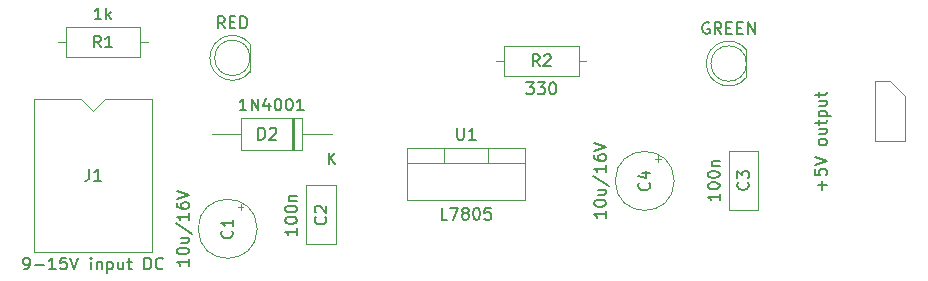
<source format=gbr>
%TF.GenerationSoftware,KiCad,Pcbnew,5.1.4-3.fc30*%
%TF.CreationDate,2019-10-13T17:17:29+02:00*%
%TF.ProjectId,power_supply_5V,706f7765-725f-4737-9570-706c795f3556,1.2*%
%TF.SameCoordinates,Original*%
%TF.FileFunction,Other,Fab,Top*%
%FSLAX46Y46*%
G04 Gerber Fmt 4.6, Leading zero omitted, Abs format (unit mm)*
G04 Created by KiCad (PCBNEW 5.1.4-3.fc30) date 2019-10-13 17:17:29*
%MOMM*%
%LPD*%
G04 APERTURE LIST*
%ADD10C,0.100000*%
%ADD11C,0.150000*%
G04 APERTURE END LIST*
D10*
%TO.C,J1*%
X75087600Y-99726000D02*
X75087600Y-86726000D01*
X85087600Y-99726000D02*
X75087600Y-99726000D01*
X85087600Y-86726000D02*
X85087600Y-99726000D01*
X81087600Y-86726000D02*
X85087600Y-86726000D01*
X80087600Y-87726000D02*
X81087600Y-86726000D01*
X79087600Y-86726000D02*
X80087600Y-87726000D01*
X75087600Y-86726000D02*
X79087600Y-86726000D01*
%TO.C,J2*%
X148844000Y-86512400D02*
X148844000Y-90322400D01*
X148844000Y-90322400D02*
X146304000Y-90322400D01*
X146304000Y-90322400D02*
X146304000Y-85242400D01*
X146304000Y-85242400D02*
X147574000Y-85242400D01*
X147574000Y-85242400D02*
X148844000Y-86512400D01*
%TO.C,R1*%
X77101700Y-81927700D02*
X77761700Y-81927700D01*
X84721700Y-81927700D02*
X84061700Y-81927700D01*
X77761700Y-83177700D02*
X84061700Y-83177700D01*
X77761700Y-80677700D02*
X77761700Y-83177700D01*
X84061700Y-80677700D02*
X77761700Y-80677700D01*
X84061700Y-83177700D02*
X84061700Y-80677700D01*
%TO.C,D1*%
X93384500Y-84427390D02*
X93384500Y-82095010D01*
X93384500Y-83261200D02*
G75*
G03X93384500Y-83261200I-1500000J0D01*
G01*
X93385055Y-82095724D02*
G75*
G03X93384500Y-84427390I-1500555J-1165476D01*
G01*
%TO.C,C1*%
X92828300Y-95850195D02*
X92328300Y-95850195D01*
X92578300Y-95600195D02*
X92578300Y-96100195D01*
X93990800Y-97733800D02*
G75*
G03X93990800Y-97733800I-2500000J0D01*
G01*
%TO.C,C2*%
X100640200Y-99060000D02*
X100640200Y-94060000D01*
X98140200Y-99060000D02*
X100640200Y-99060000D01*
X98140200Y-94060000D02*
X98140200Y-99060000D01*
X100640200Y-94060000D02*
X98140200Y-94060000D01*
%TO.C,C3*%
X136428800Y-96139000D02*
X136428800Y-91139000D01*
X133928800Y-96139000D02*
X136428800Y-96139000D01*
X133928800Y-91139000D02*
X133928800Y-96139000D01*
X136428800Y-91139000D02*
X133928800Y-91139000D01*
%TO.C,C4*%
X128137100Y-91796995D02*
X127637100Y-91796995D01*
X127887100Y-91546995D02*
X127887100Y-92046995D01*
X129299600Y-93680600D02*
G75*
G03X129299600Y-93680600I-2500000J0D01*
G01*
%TO.C,D2*%
X97144600Y-91078800D02*
X97144600Y-88378800D01*
X96944600Y-91078800D02*
X96944600Y-88378800D01*
X97044600Y-91078800D02*
X97044600Y-88378800D01*
X90144600Y-89728800D02*
X92624600Y-89728800D01*
X100304600Y-89728800D02*
X97824600Y-89728800D01*
X92624600Y-91078800D02*
X97824600Y-91078800D01*
X92624600Y-88378800D02*
X92624600Y-91078800D01*
X97824600Y-88378800D02*
X92624600Y-88378800D01*
X97824600Y-91078800D02*
X97824600Y-88378800D01*
%TO.C,D3*%
X135408800Y-84909990D02*
X135408800Y-82577610D01*
X135408800Y-83743800D02*
G75*
G03X135408800Y-83743800I-1500000J0D01*
G01*
X135409355Y-82578324D02*
G75*
G03X135408800Y-84909990I-1500555J-1165476D01*
G01*
%TO.C,R2*%
X121869200Y-83515200D02*
X121209200Y-83515200D01*
X114249200Y-83515200D02*
X114909200Y-83515200D01*
X121209200Y-82265200D02*
X114909200Y-82265200D01*
X121209200Y-84765200D02*
X121209200Y-82265200D01*
X114909200Y-84765200D02*
X121209200Y-84765200D01*
X114909200Y-82265200D02*
X114909200Y-84765200D01*
%TO.C,U1*%
X113533800Y-90855400D02*
X113533800Y-92125400D01*
X109833800Y-90855400D02*
X109833800Y-92125400D01*
X106683800Y-92125400D02*
X116683800Y-92125400D01*
X116683800Y-90855400D02*
X106683800Y-90855400D01*
X116683800Y-95255400D02*
X116683800Y-90855400D01*
X106683800Y-95255400D02*
X116683800Y-95255400D01*
X106683800Y-90855400D02*
X106683800Y-95255400D01*
%TD*%
%TO.C,J1*%
D11*
X74254266Y-101178380D02*
X74444742Y-101178380D01*
X74539980Y-101130761D01*
X74587600Y-101083142D01*
X74682838Y-100940285D01*
X74730457Y-100749809D01*
X74730457Y-100368857D01*
X74682838Y-100273619D01*
X74635219Y-100226000D01*
X74539980Y-100178380D01*
X74349504Y-100178380D01*
X74254266Y-100226000D01*
X74206647Y-100273619D01*
X74159028Y-100368857D01*
X74159028Y-100606952D01*
X74206647Y-100702190D01*
X74254266Y-100749809D01*
X74349504Y-100797428D01*
X74539980Y-100797428D01*
X74635219Y-100749809D01*
X74682838Y-100702190D01*
X74730457Y-100606952D01*
X75159028Y-100797428D02*
X75920933Y-100797428D01*
X76920933Y-101178380D02*
X76349504Y-101178380D01*
X76635219Y-101178380D02*
X76635219Y-100178380D01*
X76539980Y-100321238D01*
X76444742Y-100416476D01*
X76349504Y-100464095D01*
X77825695Y-100178380D02*
X77349504Y-100178380D01*
X77301885Y-100654571D01*
X77349504Y-100606952D01*
X77444742Y-100559333D01*
X77682838Y-100559333D01*
X77778076Y-100606952D01*
X77825695Y-100654571D01*
X77873314Y-100749809D01*
X77873314Y-100987904D01*
X77825695Y-101083142D01*
X77778076Y-101130761D01*
X77682838Y-101178380D01*
X77444742Y-101178380D01*
X77349504Y-101130761D01*
X77301885Y-101083142D01*
X78159028Y-100178380D02*
X78492361Y-101178380D01*
X78825695Y-100178380D01*
X79920933Y-101178380D02*
X79920933Y-100511714D01*
X79920933Y-100178380D02*
X79873314Y-100226000D01*
X79920933Y-100273619D01*
X79968552Y-100226000D01*
X79920933Y-100178380D01*
X79920933Y-100273619D01*
X80397123Y-100511714D02*
X80397123Y-101178380D01*
X80397123Y-100606952D02*
X80444742Y-100559333D01*
X80539980Y-100511714D01*
X80682838Y-100511714D01*
X80778076Y-100559333D01*
X80825695Y-100654571D01*
X80825695Y-101178380D01*
X81301885Y-100511714D02*
X81301885Y-101511714D01*
X81301885Y-100559333D02*
X81397123Y-100511714D01*
X81587600Y-100511714D01*
X81682838Y-100559333D01*
X81730457Y-100606952D01*
X81778076Y-100702190D01*
X81778076Y-100987904D01*
X81730457Y-101083142D01*
X81682838Y-101130761D01*
X81587600Y-101178380D01*
X81397123Y-101178380D01*
X81301885Y-101130761D01*
X82635219Y-100511714D02*
X82635219Y-101178380D01*
X82206647Y-100511714D02*
X82206647Y-101035523D01*
X82254266Y-101130761D01*
X82349504Y-101178380D01*
X82492361Y-101178380D01*
X82587600Y-101130761D01*
X82635219Y-101083142D01*
X82968552Y-100511714D02*
X83349504Y-100511714D01*
X83111409Y-100178380D02*
X83111409Y-101035523D01*
X83159028Y-101130761D01*
X83254266Y-101178380D01*
X83349504Y-101178380D01*
X84444742Y-101178380D02*
X84444742Y-100178380D01*
X84682838Y-100178380D01*
X84825695Y-100226000D01*
X84920933Y-100321238D01*
X84968552Y-100416476D01*
X85016171Y-100606952D01*
X85016171Y-100749809D01*
X84968552Y-100940285D01*
X84920933Y-101035523D01*
X84825695Y-101130761D01*
X84682838Y-101178380D01*
X84444742Y-101178380D01*
X86016171Y-101083142D02*
X85968552Y-101130761D01*
X85825695Y-101178380D01*
X85730457Y-101178380D01*
X85587600Y-101130761D01*
X85492361Y-101035523D01*
X85444742Y-100940285D01*
X85397123Y-100749809D01*
X85397123Y-100606952D01*
X85444742Y-100416476D01*
X85492361Y-100321238D01*
X85587600Y-100226000D01*
X85730457Y-100178380D01*
X85825695Y-100178380D01*
X85968552Y-100226000D01*
X86016171Y-100273619D01*
X79754266Y-92678380D02*
X79754266Y-93392666D01*
X79706647Y-93535523D01*
X79611409Y-93630761D01*
X79468552Y-93678380D01*
X79373314Y-93678380D01*
X80754266Y-93678380D02*
X80182838Y-93678380D01*
X80468552Y-93678380D02*
X80468552Y-92678380D01*
X80373314Y-92821238D01*
X80278076Y-92916476D01*
X80182838Y-92964095D01*
%TO.C,J2*%
X141820428Y-94410019D02*
X141820428Y-93648114D01*
X142201380Y-94029066D02*
X141439476Y-94029066D01*
X141201380Y-92695733D02*
X141201380Y-93171923D01*
X141677571Y-93219542D01*
X141629952Y-93171923D01*
X141582333Y-93076685D01*
X141582333Y-92838590D01*
X141629952Y-92743352D01*
X141677571Y-92695733D01*
X141772809Y-92648114D01*
X142010904Y-92648114D01*
X142106142Y-92695733D01*
X142153761Y-92743352D01*
X142201380Y-92838590D01*
X142201380Y-93076685D01*
X142153761Y-93171923D01*
X142106142Y-93219542D01*
X141201380Y-92362400D02*
X142201380Y-92029066D01*
X141201380Y-91695733D01*
X142201380Y-90457638D02*
X142153761Y-90552876D01*
X142106142Y-90600495D01*
X142010904Y-90648114D01*
X141725190Y-90648114D01*
X141629952Y-90600495D01*
X141582333Y-90552876D01*
X141534714Y-90457638D01*
X141534714Y-90314780D01*
X141582333Y-90219542D01*
X141629952Y-90171923D01*
X141725190Y-90124304D01*
X142010904Y-90124304D01*
X142106142Y-90171923D01*
X142153761Y-90219542D01*
X142201380Y-90314780D01*
X142201380Y-90457638D01*
X141534714Y-89267161D02*
X142201380Y-89267161D01*
X141534714Y-89695733D02*
X142058523Y-89695733D01*
X142153761Y-89648114D01*
X142201380Y-89552876D01*
X142201380Y-89410019D01*
X142153761Y-89314780D01*
X142106142Y-89267161D01*
X141534714Y-88933828D02*
X141534714Y-88552876D01*
X141201380Y-88790971D02*
X142058523Y-88790971D01*
X142153761Y-88743352D01*
X142201380Y-88648114D01*
X142201380Y-88552876D01*
X141534714Y-88219542D02*
X142534714Y-88219542D01*
X141582333Y-88219542D02*
X141534714Y-88124304D01*
X141534714Y-87933828D01*
X141582333Y-87838590D01*
X141629952Y-87790971D01*
X141725190Y-87743352D01*
X142010904Y-87743352D01*
X142106142Y-87790971D01*
X142153761Y-87838590D01*
X142201380Y-87933828D01*
X142201380Y-88124304D01*
X142153761Y-88219542D01*
X141534714Y-86886209D02*
X142201380Y-86886209D01*
X141534714Y-87314780D02*
X142058523Y-87314780D01*
X142153761Y-87267161D01*
X142201380Y-87171923D01*
X142201380Y-87029066D01*
X142153761Y-86933828D01*
X142106142Y-86886209D01*
X141534714Y-86552876D02*
X141534714Y-86171923D01*
X141201380Y-86410019D02*
X142058523Y-86410019D01*
X142153761Y-86362400D01*
X142201380Y-86267161D01*
X142201380Y-86171923D01*
%TO.C,R1*%
X80792652Y-80010080D02*
X80221223Y-80010080D01*
X80506938Y-80010080D02*
X80506938Y-79010080D01*
X80411700Y-79152938D01*
X80316461Y-79248176D01*
X80221223Y-79295795D01*
X81221223Y-80010080D02*
X81221223Y-79010080D01*
X81316461Y-79629128D02*
X81602176Y-80010080D01*
X81602176Y-79343414D02*
X81221223Y-79724366D01*
X80745033Y-82380080D02*
X80411700Y-81903890D01*
X80173604Y-82380080D02*
X80173604Y-81380080D01*
X80554557Y-81380080D01*
X80649795Y-81427700D01*
X80697414Y-81475319D01*
X80745033Y-81570557D01*
X80745033Y-81713414D01*
X80697414Y-81808652D01*
X80649795Y-81856271D01*
X80554557Y-81903890D01*
X80173604Y-81903890D01*
X81697414Y-82380080D02*
X81125985Y-82380080D01*
X81411700Y-82380080D02*
X81411700Y-81380080D01*
X81316461Y-81522938D01*
X81221223Y-81618176D01*
X81125985Y-81665795D01*
%TO.C,D1*%
X91241642Y-80753580D02*
X90908309Y-80277390D01*
X90670214Y-80753580D02*
X90670214Y-79753580D01*
X91051166Y-79753580D01*
X91146404Y-79801200D01*
X91194023Y-79848819D01*
X91241642Y-79944057D01*
X91241642Y-80086914D01*
X91194023Y-80182152D01*
X91146404Y-80229771D01*
X91051166Y-80277390D01*
X90670214Y-80277390D01*
X91670214Y-80229771D02*
X92003547Y-80229771D01*
X92146404Y-80753580D02*
X91670214Y-80753580D01*
X91670214Y-79753580D01*
X92146404Y-79753580D01*
X92574976Y-80753580D02*
X92574976Y-79753580D01*
X92813071Y-79753580D01*
X92955928Y-79801200D01*
X93051166Y-79896438D01*
X93098785Y-79991676D01*
X93146404Y-80182152D01*
X93146404Y-80325009D01*
X93098785Y-80515485D01*
X93051166Y-80610723D01*
X92955928Y-80705961D01*
X92813071Y-80753580D01*
X92574976Y-80753580D01*
%TO.C,C1*%
X88193180Y-100281419D02*
X88193180Y-100852847D01*
X88193180Y-100567133D02*
X87193180Y-100567133D01*
X87336038Y-100662371D01*
X87431276Y-100757609D01*
X87478895Y-100852847D01*
X87193180Y-99662371D02*
X87193180Y-99567133D01*
X87240800Y-99471895D01*
X87288419Y-99424276D01*
X87383657Y-99376657D01*
X87574133Y-99329038D01*
X87812228Y-99329038D01*
X88002704Y-99376657D01*
X88097942Y-99424276D01*
X88145561Y-99471895D01*
X88193180Y-99567133D01*
X88193180Y-99662371D01*
X88145561Y-99757609D01*
X88097942Y-99805228D01*
X88002704Y-99852847D01*
X87812228Y-99900466D01*
X87574133Y-99900466D01*
X87383657Y-99852847D01*
X87288419Y-99805228D01*
X87240800Y-99757609D01*
X87193180Y-99662371D01*
X87526514Y-98471895D02*
X88193180Y-98471895D01*
X87526514Y-98900466D02*
X88050323Y-98900466D01*
X88145561Y-98852847D01*
X88193180Y-98757609D01*
X88193180Y-98614752D01*
X88145561Y-98519514D01*
X88097942Y-98471895D01*
X87145561Y-97281419D02*
X88431276Y-98138561D01*
X88193180Y-96424276D02*
X88193180Y-96995704D01*
X88193180Y-96709990D02*
X87193180Y-96709990D01*
X87336038Y-96805228D01*
X87431276Y-96900466D01*
X87478895Y-96995704D01*
X87193180Y-95567133D02*
X87193180Y-95757609D01*
X87240800Y-95852847D01*
X87288419Y-95900466D01*
X87431276Y-95995704D01*
X87621752Y-96043323D01*
X88002704Y-96043323D01*
X88097942Y-95995704D01*
X88145561Y-95948085D01*
X88193180Y-95852847D01*
X88193180Y-95662371D01*
X88145561Y-95567133D01*
X88097942Y-95519514D01*
X88002704Y-95471895D01*
X87764609Y-95471895D01*
X87669371Y-95519514D01*
X87621752Y-95567133D01*
X87574133Y-95662371D01*
X87574133Y-95852847D01*
X87621752Y-95948085D01*
X87669371Y-95995704D01*
X87764609Y-96043323D01*
X87193180Y-95186180D02*
X88193180Y-94852847D01*
X87193180Y-94519514D01*
X91847942Y-97900466D02*
X91895561Y-97948085D01*
X91943180Y-98090942D01*
X91943180Y-98186180D01*
X91895561Y-98329038D01*
X91800323Y-98424276D01*
X91705085Y-98471895D01*
X91514609Y-98519514D01*
X91371752Y-98519514D01*
X91181276Y-98471895D01*
X91086038Y-98424276D01*
X90990800Y-98329038D01*
X90943180Y-98186180D01*
X90943180Y-98090942D01*
X90990800Y-97948085D01*
X91038419Y-97900466D01*
X91943180Y-96948085D02*
X91943180Y-97519514D01*
X91943180Y-97233800D02*
X90943180Y-97233800D01*
X91086038Y-97329038D01*
X91181276Y-97424276D01*
X91228895Y-97519514D01*
%TO.C,C2*%
X97342580Y-97679047D02*
X97342580Y-98250476D01*
X97342580Y-97964761D02*
X96342580Y-97964761D01*
X96485438Y-98060000D01*
X96580676Y-98155238D01*
X96628295Y-98250476D01*
X96342580Y-97060000D02*
X96342580Y-96964761D01*
X96390200Y-96869523D01*
X96437819Y-96821904D01*
X96533057Y-96774285D01*
X96723533Y-96726666D01*
X96961628Y-96726666D01*
X97152104Y-96774285D01*
X97247342Y-96821904D01*
X97294961Y-96869523D01*
X97342580Y-96964761D01*
X97342580Y-97060000D01*
X97294961Y-97155238D01*
X97247342Y-97202857D01*
X97152104Y-97250476D01*
X96961628Y-97298095D01*
X96723533Y-97298095D01*
X96533057Y-97250476D01*
X96437819Y-97202857D01*
X96390200Y-97155238D01*
X96342580Y-97060000D01*
X96342580Y-96107619D02*
X96342580Y-96012380D01*
X96390200Y-95917142D01*
X96437819Y-95869523D01*
X96533057Y-95821904D01*
X96723533Y-95774285D01*
X96961628Y-95774285D01*
X97152104Y-95821904D01*
X97247342Y-95869523D01*
X97294961Y-95917142D01*
X97342580Y-96012380D01*
X97342580Y-96107619D01*
X97294961Y-96202857D01*
X97247342Y-96250476D01*
X97152104Y-96298095D01*
X96961628Y-96345714D01*
X96723533Y-96345714D01*
X96533057Y-96298095D01*
X96437819Y-96250476D01*
X96390200Y-96202857D01*
X96342580Y-96107619D01*
X96675914Y-95345714D02*
X97342580Y-95345714D01*
X96771152Y-95345714D02*
X96723533Y-95298095D01*
X96675914Y-95202857D01*
X96675914Y-95060000D01*
X96723533Y-94964761D01*
X96818771Y-94917142D01*
X97342580Y-94917142D01*
X99747342Y-96726666D02*
X99794961Y-96774285D01*
X99842580Y-96917142D01*
X99842580Y-97012380D01*
X99794961Y-97155238D01*
X99699723Y-97250476D01*
X99604485Y-97298095D01*
X99414009Y-97345714D01*
X99271152Y-97345714D01*
X99080676Y-97298095D01*
X98985438Y-97250476D01*
X98890200Y-97155238D01*
X98842580Y-97012380D01*
X98842580Y-96917142D01*
X98890200Y-96774285D01*
X98937819Y-96726666D01*
X98937819Y-96345714D02*
X98890200Y-96298095D01*
X98842580Y-96202857D01*
X98842580Y-95964761D01*
X98890200Y-95869523D01*
X98937819Y-95821904D01*
X99033057Y-95774285D01*
X99128295Y-95774285D01*
X99271152Y-95821904D01*
X99842580Y-96393333D01*
X99842580Y-95774285D01*
%TO.C,C3*%
X133131180Y-94758047D02*
X133131180Y-95329476D01*
X133131180Y-95043761D02*
X132131180Y-95043761D01*
X132274038Y-95139000D01*
X132369276Y-95234238D01*
X132416895Y-95329476D01*
X132131180Y-94139000D02*
X132131180Y-94043761D01*
X132178800Y-93948523D01*
X132226419Y-93900904D01*
X132321657Y-93853285D01*
X132512133Y-93805666D01*
X132750228Y-93805666D01*
X132940704Y-93853285D01*
X133035942Y-93900904D01*
X133083561Y-93948523D01*
X133131180Y-94043761D01*
X133131180Y-94139000D01*
X133083561Y-94234238D01*
X133035942Y-94281857D01*
X132940704Y-94329476D01*
X132750228Y-94377095D01*
X132512133Y-94377095D01*
X132321657Y-94329476D01*
X132226419Y-94281857D01*
X132178800Y-94234238D01*
X132131180Y-94139000D01*
X132131180Y-93186619D02*
X132131180Y-93091380D01*
X132178800Y-92996142D01*
X132226419Y-92948523D01*
X132321657Y-92900904D01*
X132512133Y-92853285D01*
X132750228Y-92853285D01*
X132940704Y-92900904D01*
X133035942Y-92948523D01*
X133083561Y-92996142D01*
X133131180Y-93091380D01*
X133131180Y-93186619D01*
X133083561Y-93281857D01*
X133035942Y-93329476D01*
X132940704Y-93377095D01*
X132750228Y-93424714D01*
X132512133Y-93424714D01*
X132321657Y-93377095D01*
X132226419Y-93329476D01*
X132178800Y-93281857D01*
X132131180Y-93186619D01*
X132464514Y-92424714D02*
X133131180Y-92424714D01*
X132559752Y-92424714D02*
X132512133Y-92377095D01*
X132464514Y-92281857D01*
X132464514Y-92139000D01*
X132512133Y-92043761D01*
X132607371Y-91996142D01*
X133131180Y-91996142D01*
X135535942Y-93805666D02*
X135583561Y-93853285D01*
X135631180Y-93996142D01*
X135631180Y-94091380D01*
X135583561Y-94234238D01*
X135488323Y-94329476D01*
X135393085Y-94377095D01*
X135202609Y-94424714D01*
X135059752Y-94424714D01*
X134869276Y-94377095D01*
X134774038Y-94329476D01*
X134678800Y-94234238D01*
X134631180Y-94091380D01*
X134631180Y-93996142D01*
X134678800Y-93853285D01*
X134726419Y-93805666D01*
X134631180Y-93472333D02*
X134631180Y-92853285D01*
X135012133Y-93186619D01*
X135012133Y-93043761D01*
X135059752Y-92948523D01*
X135107371Y-92900904D01*
X135202609Y-92853285D01*
X135440704Y-92853285D01*
X135535942Y-92900904D01*
X135583561Y-92948523D01*
X135631180Y-93043761D01*
X135631180Y-93329476D01*
X135583561Y-93424714D01*
X135535942Y-93472333D01*
%TO.C,C4*%
X123501980Y-96228219D02*
X123501980Y-96799647D01*
X123501980Y-96513933D02*
X122501980Y-96513933D01*
X122644838Y-96609171D01*
X122740076Y-96704409D01*
X122787695Y-96799647D01*
X122501980Y-95609171D02*
X122501980Y-95513933D01*
X122549600Y-95418695D01*
X122597219Y-95371076D01*
X122692457Y-95323457D01*
X122882933Y-95275838D01*
X123121028Y-95275838D01*
X123311504Y-95323457D01*
X123406742Y-95371076D01*
X123454361Y-95418695D01*
X123501980Y-95513933D01*
X123501980Y-95609171D01*
X123454361Y-95704409D01*
X123406742Y-95752028D01*
X123311504Y-95799647D01*
X123121028Y-95847266D01*
X122882933Y-95847266D01*
X122692457Y-95799647D01*
X122597219Y-95752028D01*
X122549600Y-95704409D01*
X122501980Y-95609171D01*
X122835314Y-94418695D02*
X123501980Y-94418695D01*
X122835314Y-94847266D02*
X123359123Y-94847266D01*
X123454361Y-94799647D01*
X123501980Y-94704409D01*
X123501980Y-94561552D01*
X123454361Y-94466314D01*
X123406742Y-94418695D01*
X122454361Y-93228219D02*
X123740076Y-94085361D01*
X123501980Y-92371076D02*
X123501980Y-92942504D01*
X123501980Y-92656790D02*
X122501980Y-92656790D01*
X122644838Y-92752028D01*
X122740076Y-92847266D01*
X122787695Y-92942504D01*
X122501980Y-91513933D02*
X122501980Y-91704409D01*
X122549600Y-91799647D01*
X122597219Y-91847266D01*
X122740076Y-91942504D01*
X122930552Y-91990123D01*
X123311504Y-91990123D01*
X123406742Y-91942504D01*
X123454361Y-91894885D01*
X123501980Y-91799647D01*
X123501980Y-91609171D01*
X123454361Y-91513933D01*
X123406742Y-91466314D01*
X123311504Y-91418695D01*
X123073409Y-91418695D01*
X122978171Y-91466314D01*
X122930552Y-91513933D01*
X122882933Y-91609171D01*
X122882933Y-91799647D01*
X122930552Y-91894885D01*
X122978171Y-91942504D01*
X123073409Y-91990123D01*
X122501980Y-91132980D02*
X123501980Y-90799647D01*
X122501980Y-90466314D01*
X127156742Y-93847266D02*
X127204361Y-93894885D01*
X127251980Y-94037742D01*
X127251980Y-94132980D01*
X127204361Y-94275838D01*
X127109123Y-94371076D01*
X127013885Y-94418695D01*
X126823409Y-94466314D01*
X126680552Y-94466314D01*
X126490076Y-94418695D01*
X126394838Y-94371076D01*
X126299600Y-94275838D01*
X126251980Y-94132980D01*
X126251980Y-94037742D01*
X126299600Y-93894885D01*
X126347219Y-93847266D01*
X126585314Y-92990123D02*
X127251980Y-92990123D01*
X126204361Y-93228219D02*
X126918647Y-93466314D01*
X126918647Y-92847266D01*
%TO.C,D2*%
X93081742Y-87711180D02*
X92510314Y-87711180D01*
X92796028Y-87711180D02*
X92796028Y-86711180D01*
X92700790Y-86854038D01*
X92605552Y-86949276D01*
X92510314Y-86996895D01*
X93510314Y-87711180D02*
X93510314Y-86711180D01*
X94081742Y-87711180D01*
X94081742Y-86711180D01*
X94986504Y-87044514D02*
X94986504Y-87711180D01*
X94748409Y-86663561D02*
X94510314Y-87377847D01*
X95129361Y-87377847D01*
X95700790Y-86711180D02*
X95796028Y-86711180D01*
X95891266Y-86758800D01*
X95938885Y-86806419D01*
X95986504Y-86901657D01*
X96034123Y-87092133D01*
X96034123Y-87330228D01*
X95986504Y-87520704D01*
X95938885Y-87615942D01*
X95891266Y-87663561D01*
X95796028Y-87711180D01*
X95700790Y-87711180D01*
X95605552Y-87663561D01*
X95557933Y-87615942D01*
X95510314Y-87520704D01*
X95462695Y-87330228D01*
X95462695Y-87092133D01*
X95510314Y-86901657D01*
X95557933Y-86806419D01*
X95605552Y-86758800D01*
X95700790Y-86711180D01*
X96653171Y-86711180D02*
X96748409Y-86711180D01*
X96843647Y-86758800D01*
X96891266Y-86806419D01*
X96938885Y-86901657D01*
X96986504Y-87092133D01*
X96986504Y-87330228D01*
X96938885Y-87520704D01*
X96891266Y-87615942D01*
X96843647Y-87663561D01*
X96748409Y-87711180D01*
X96653171Y-87711180D01*
X96557933Y-87663561D01*
X96510314Y-87615942D01*
X96462695Y-87520704D01*
X96415076Y-87330228D01*
X96415076Y-87092133D01*
X96462695Y-86901657D01*
X96510314Y-86806419D01*
X96557933Y-86758800D01*
X96653171Y-86711180D01*
X97938885Y-87711180D02*
X97367457Y-87711180D01*
X97653171Y-87711180D02*
X97653171Y-86711180D01*
X97557933Y-86854038D01*
X97462695Y-86949276D01*
X97367457Y-86996895D01*
X100042695Y-92281180D02*
X100042695Y-91281180D01*
X100614123Y-92281180D02*
X100185552Y-91709752D01*
X100614123Y-91281180D02*
X100042695Y-91852609D01*
X100042695Y-92281180D02*
X100042695Y-91281180D01*
X100614123Y-92281180D02*
X100185552Y-91709752D01*
X100614123Y-91281180D02*
X100042695Y-91852609D01*
X94096504Y-90181180D02*
X94096504Y-89181180D01*
X94334600Y-89181180D01*
X94477457Y-89228800D01*
X94572695Y-89324038D01*
X94620314Y-89419276D01*
X94667933Y-89609752D01*
X94667933Y-89752609D01*
X94620314Y-89943085D01*
X94572695Y-90038323D01*
X94477457Y-90133561D01*
X94334600Y-90181180D01*
X94096504Y-90181180D01*
X95048885Y-89276419D02*
X95096504Y-89228800D01*
X95191742Y-89181180D01*
X95429838Y-89181180D01*
X95525076Y-89228800D01*
X95572695Y-89276419D01*
X95620314Y-89371657D01*
X95620314Y-89466895D01*
X95572695Y-89609752D01*
X95001266Y-90181180D01*
X95620314Y-90181180D01*
%TO.C,D3*%
X132242133Y-80283800D02*
X132146895Y-80236180D01*
X132004038Y-80236180D01*
X131861180Y-80283800D01*
X131765942Y-80379038D01*
X131718323Y-80474276D01*
X131670704Y-80664752D01*
X131670704Y-80807609D01*
X131718323Y-80998085D01*
X131765942Y-81093323D01*
X131861180Y-81188561D01*
X132004038Y-81236180D01*
X132099276Y-81236180D01*
X132242133Y-81188561D01*
X132289752Y-81140942D01*
X132289752Y-80807609D01*
X132099276Y-80807609D01*
X133289752Y-81236180D02*
X132956419Y-80759990D01*
X132718323Y-81236180D02*
X132718323Y-80236180D01*
X133099276Y-80236180D01*
X133194514Y-80283800D01*
X133242133Y-80331419D01*
X133289752Y-80426657D01*
X133289752Y-80569514D01*
X133242133Y-80664752D01*
X133194514Y-80712371D01*
X133099276Y-80759990D01*
X132718323Y-80759990D01*
X133718323Y-80712371D02*
X134051657Y-80712371D01*
X134194514Y-81236180D02*
X133718323Y-81236180D01*
X133718323Y-80236180D01*
X134194514Y-80236180D01*
X134623085Y-80712371D02*
X134956419Y-80712371D01*
X135099276Y-81236180D02*
X134623085Y-81236180D01*
X134623085Y-80236180D01*
X135099276Y-80236180D01*
X135527847Y-81236180D02*
X135527847Y-80236180D01*
X136099276Y-81236180D01*
X136099276Y-80236180D01*
%TO.C,R2*%
X116773485Y-85337580D02*
X117392533Y-85337580D01*
X117059200Y-85718533D01*
X117202057Y-85718533D01*
X117297295Y-85766152D01*
X117344914Y-85813771D01*
X117392533Y-85909009D01*
X117392533Y-86147104D01*
X117344914Y-86242342D01*
X117297295Y-86289961D01*
X117202057Y-86337580D01*
X116916342Y-86337580D01*
X116821104Y-86289961D01*
X116773485Y-86242342D01*
X117725866Y-85337580D02*
X118344914Y-85337580D01*
X118011580Y-85718533D01*
X118154438Y-85718533D01*
X118249676Y-85766152D01*
X118297295Y-85813771D01*
X118344914Y-85909009D01*
X118344914Y-86147104D01*
X118297295Y-86242342D01*
X118249676Y-86289961D01*
X118154438Y-86337580D01*
X117868723Y-86337580D01*
X117773485Y-86289961D01*
X117725866Y-86242342D01*
X118963961Y-85337580D02*
X119059200Y-85337580D01*
X119154438Y-85385200D01*
X119202057Y-85432819D01*
X119249676Y-85528057D01*
X119297295Y-85718533D01*
X119297295Y-85956628D01*
X119249676Y-86147104D01*
X119202057Y-86242342D01*
X119154438Y-86289961D01*
X119059200Y-86337580D01*
X118963961Y-86337580D01*
X118868723Y-86289961D01*
X118821104Y-86242342D01*
X118773485Y-86147104D01*
X118725866Y-85956628D01*
X118725866Y-85718533D01*
X118773485Y-85528057D01*
X118821104Y-85432819D01*
X118868723Y-85385200D01*
X118963961Y-85337580D01*
X117892533Y-83967580D02*
X117559200Y-83491390D01*
X117321104Y-83967580D02*
X117321104Y-82967580D01*
X117702057Y-82967580D01*
X117797295Y-83015200D01*
X117844914Y-83062819D01*
X117892533Y-83158057D01*
X117892533Y-83300914D01*
X117844914Y-83396152D01*
X117797295Y-83443771D01*
X117702057Y-83491390D01*
X117321104Y-83491390D01*
X118273485Y-83062819D02*
X118321104Y-83015200D01*
X118416342Y-82967580D01*
X118654438Y-82967580D01*
X118749676Y-83015200D01*
X118797295Y-83062819D01*
X118844914Y-83158057D01*
X118844914Y-83253295D01*
X118797295Y-83396152D01*
X118225866Y-83967580D01*
X118844914Y-83967580D01*
%TO.C,U1*%
X110088561Y-96957780D02*
X109612371Y-96957780D01*
X109612371Y-95957780D01*
X110326657Y-95957780D02*
X110993323Y-95957780D01*
X110564752Y-96957780D01*
X111517133Y-96386352D02*
X111421895Y-96338733D01*
X111374276Y-96291114D01*
X111326657Y-96195876D01*
X111326657Y-96148257D01*
X111374276Y-96053019D01*
X111421895Y-96005400D01*
X111517133Y-95957780D01*
X111707609Y-95957780D01*
X111802847Y-96005400D01*
X111850466Y-96053019D01*
X111898085Y-96148257D01*
X111898085Y-96195876D01*
X111850466Y-96291114D01*
X111802847Y-96338733D01*
X111707609Y-96386352D01*
X111517133Y-96386352D01*
X111421895Y-96433971D01*
X111374276Y-96481590D01*
X111326657Y-96576828D01*
X111326657Y-96767304D01*
X111374276Y-96862542D01*
X111421895Y-96910161D01*
X111517133Y-96957780D01*
X111707609Y-96957780D01*
X111802847Y-96910161D01*
X111850466Y-96862542D01*
X111898085Y-96767304D01*
X111898085Y-96576828D01*
X111850466Y-96481590D01*
X111802847Y-96433971D01*
X111707609Y-96386352D01*
X112517133Y-95957780D02*
X112612371Y-95957780D01*
X112707609Y-96005400D01*
X112755228Y-96053019D01*
X112802847Y-96148257D01*
X112850466Y-96338733D01*
X112850466Y-96576828D01*
X112802847Y-96767304D01*
X112755228Y-96862542D01*
X112707609Y-96910161D01*
X112612371Y-96957780D01*
X112517133Y-96957780D01*
X112421895Y-96910161D01*
X112374276Y-96862542D01*
X112326657Y-96767304D01*
X112279038Y-96576828D01*
X112279038Y-96338733D01*
X112326657Y-96148257D01*
X112374276Y-96053019D01*
X112421895Y-96005400D01*
X112517133Y-95957780D01*
X113755228Y-95957780D02*
X113279038Y-95957780D01*
X113231419Y-96433971D01*
X113279038Y-96386352D01*
X113374276Y-96338733D01*
X113612371Y-96338733D01*
X113707609Y-96386352D01*
X113755228Y-96433971D01*
X113802847Y-96529209D01*
X113802847Y-96767304D01*
X113755228Y-96862542D01*
X113707609Y-96910161D01*
X113612371Y-96957780D01*
X113374276Y-96957780D01*
X113279038Y-96910161D01*
X113231419Y-96862542D01*
X110921895Y-89187780D02*
X110921895Y-89997304D01*
X110969514Y-90092542D01*
X111017133Y-90140161D01*
X111112371Y-90187780D01*
X111302847Y-90187780D01*
X111398085Y-90140161D01*
X111445704Y-90092542D01*
X111493323Y-89997304D01*
X111493323Y-89187780D01*
X112493323Y-90187780D02*
X111921895Y-90187780D01*
X112207609Y-90187780D02*
X112207609Y-89187780D01*
X112112371Y-89330638D01*
X112017133Y-89425876D01*
X111921895Y-89473495D01*
%TD*%
M02*

</source>
